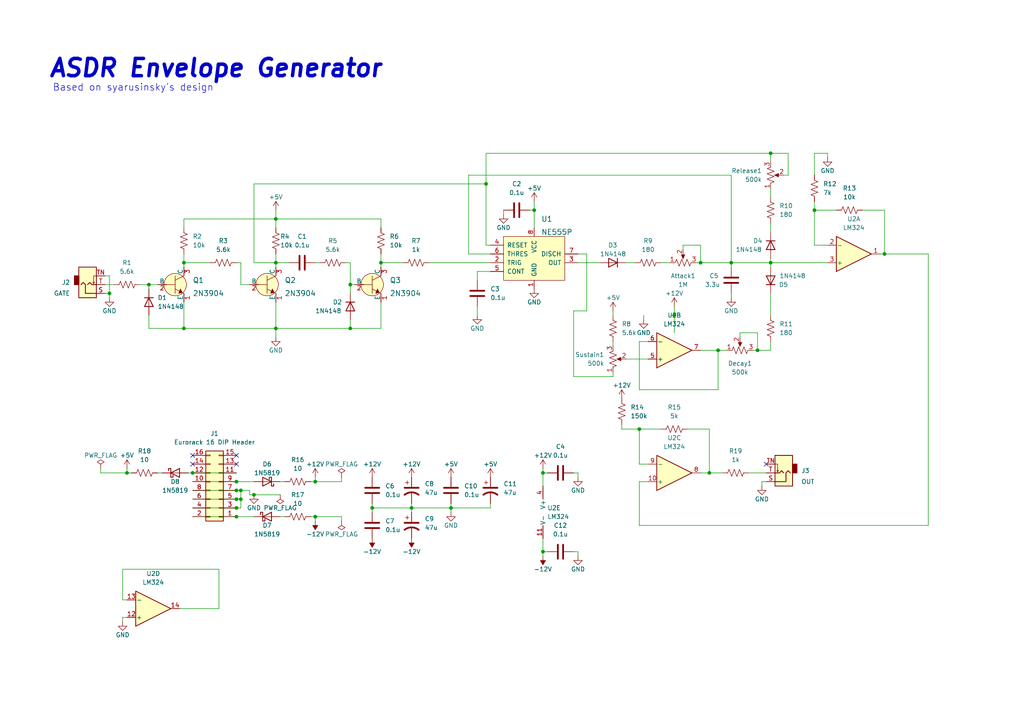
<source format=kicad_sch>
(kicad_sch (version 20230121) (generator eeschema)
  (paper "A4")
  (title_block (title "ASDR") (date "2022-10-29") (rev "0.1") (company "Joshua Turnipseed"))
  (lib_symbols
    (symbol "2N3904_1" (pin_names (offset 0))
      (property "Reference" "Q1" (at 5.08 1.27 0))
      (property "Value" "2N3904_1" (at 5.08 -2.54 0))
      (symbol "2N3904_1_0_1"
        (polyline (pts (xy -3.81 0) (xy -2.54 0)))
        (polyline (pts (xy -3.556 0) (xy 0 0)))
        (polyline (pts (xy 0 -1.27) (xy 2.54 -2.54)))
        (polyline (pts (xy 0 1.27) (xy 2.54 2.54)))
        (polyline (pts (xy 0 2.54) (xy 0 -2.54)))
        (polyline (pts (xy 1.524 -1.27) (xy 2.032 -2.286) (xy 1.016 -2.54) (xy 1.524 -1.27)) (fill (type outline)))
        (circle (center 0 0) (radius 3.2512) (fill (type background)))
      )
      (symbol "2N3904_1_1_1"
        (pin passive line (at 2.54 -5.08 90) (length 2.54) (name "E") (number "1"))
        (pin input line (at -5.08 0 0) (length 2.54) (name "B") (number "2"))
        (pin passive line (at 2.54 5.08 270) (length 2.54) (name "C") (number "3"))
      )
    )
    (symbol "2N3904_2" (pin_names (offset 0))
      (property "Reference" "Q2" (at 5.08 1.27 0))
      (property "Value" "2N3904_2" (at 5.08 -2.54 0))
      (symbol "2N3904_2_0_1"
        (polyline (pts (xy -3.81 0) (xy -2.54 0)))
        (polyline (pts (xy -3.556 0) (xy 0 0)))
        (polyline (pts (xy 0 -1.27) (xy 2.54 -2.54)))
        (polyline (pts (xy 0 1.27) (xy 2.54 2.54)))
        (polyline (pts (xy 0 2.54) (xy 0 -2.54)))
        (polyline (pts (xy 1.524 -1.27) (xy 2.032 -2.286) (xy 1.016 -2.54) (xy 1.524 -1.27)) (fill (type outline)))
        (circle (center 0 0) (radius 3.2512) (fill (type background)))
      )
      (symbol "2N3904_2_1_1"
        (pin passive line (at 2.54 -5.08 90) (length 2.54) (name "E") (number "1"))
        (pin input line (at -5.08 0 0) (length 2.54) (name "B") (number "2"))
        (pin passive line (at 2.54 5.08 270) (length 2.54) (name "C") (number "3"))
      )
    )
    (symbol "Amplifier_Operational:LM324" (pin_names (offset 0.127))
      (property "Reference" "U" (at 0 5.08 0))
      (property "Value" "LM324" (at 0 -5.08 0))
      (symbol "LM324_1_1"
        (polyline (pts (xy -5.08 5.08) (xy 5.08 0) (xy -5.08 -5.08) (xy -5.08 5.08)) (stroke (width 0.254)) (fill (type background)))
        (pin output line (at 7.62 0 180) (length 2.54) (name "~") (number "1"))
        (pin input line (at -7.62 -2.54 0) (length 2.54) (name "-") (number "2"))
        (pin input line (at -7.62 2.54 0) (length 2.54) (name "+") (number "3"))
      )
      (symbol "LM324_2_1"
        (polyline (pts (xy -5.08 5.08) (xy 5.08 0) (xy -5.08 -5.08) (xy -5.08 5.08)) (stroke (width 0.254)) (fill (type background)))
        (pin input line (at -7.62 2.54 0) (length 2.54) (name "+") (number "5"))
        (pin input line (at -7.62 -2.54 0) (length 2.54) (name "-") (number "6"))
        (pin output line (at 7.62 0 180) (length 2.54) (name "~") (number "7"))
      )
      (symbol "LM324_3_1"
        (polyline (pts (xy -5.08 5.08) (xy 5.08 0) (xy -5.08 -5.08) (xy -5.08 5.08)) (stroke (width 0.254)) (fill (type background)))
        (pin input line (at -7.62 2.54 0) (length 2.54) (name "+") (number "10"))
        (pin output line (at 7.62 0 180) (length 2.54) (name "~") (number "8"))
        (pin input line (at -7.62 -2.54 0) (length 2.54) (name "-") (number "9"))
      )
      (symbol "LM324_4_1"
        (polyline (pts (xy -5.08 5.08) (xy 5.08 0) (xy -5.08 -5.08) (xy -5.08 5.08)) (stroke (width 0.254)) (fill (type background)))
        (pin input line (at -7.62 2.54 0) (length 2.54) (name "+") (number "12"))
        (pin input line (at -7.62 -2.54 0) (length 2.54) (name "-") (number "13"))
        (pin output line (at 7.62 0 180) (length 2.54) (name "~") (number "14"))
      )
      (symbol "LM324_5_1"
        (pin power_in line (at -2.54 -7.62 90) (length 3.81) (name "V-") (number "11"))
        (pin power_in line (at -2.54 7.62 270) (length 3.81) (name "V+") (number "4"))
      )
    )
    (symbol "Connector:AudioJack2_SwitchT"
      (property "Reference" "J" (at 0 8.89 0))
      (property "Value" "AudioJack2_SwitchT" (at 0 6.35 0))
      (symbol "AudioJack2_SwitchT_0_1"
        (rectangle (start -2.54 0) (end -3.81 -2.54) (stroke (width 0.254)) (fill (type outline)))
        (polyline (pts (xy 1.778 -0.254) (xy 2.032 -0.762)))
        (polyline (pts (xy 0 0) (xy 0.635 -0.635) (xy 1.27 0) (xy 2.54 0)) (stroke (width 0.254)))
        (polyline (pts (xy 2.54 -2.54) (xy 1.778 -2.54) (xy 1.778 -0.254) (xy 1.524 -0.762)))
        (polyline (pts (xy 2.54 2.54) (xy -0.635 2.54) (xy -0.635 0) (xy -1.27 -0.635) (xy -1.905 0)) (stroke (width 0.254)))
        (rectangle (start 2.54 3.81) (end -2.54 -5.08) (stroke (width 0.254)) (fill (type background)))
      )
      (symbol "AudioJack2_SwitchT_1_1"
        (pin passive line (at 5.08 2.54 180) (length 2.54) (name "~") (number "S"))
        (pin passive line (at 5.08 0 180) (length 2.54) (name "~") (number "T"))
        (pin passive line (at 5.08 -2.54 180) (length 2.54) (name "~") (number "TN"))
      )
    )
    (symbol "Connector_Generic:Conn_02x08_Odd_Even" (pin_names (offset 1.016) hide)
      (property "Reference" "J" (at 1.27 10.16 0))
      (property "Value" "Conn_02x08_Odd_Even" (at 1.27 -12.7 0))
      (symbol "Conn_02x08_Odd_Even_1_1"
        (rectangle (start -1.27 -10.033) (end 0 -10.287) (stroke (width 0.1524)))
        (rectangle (start -1.27 -7.493) (end 0 -7.747) (stroke (width 0.1524)))
        (rectangle (start -1.27 -4.953) (end 0 -5.207) (stroke (width 0.1524)))
        (rectangle (start -1.27 -2.413) (end 0 -2.667) (stroke (width 0.1524)))
        (rectangle (start -1.27 0.127) (end 0 -0.127) (stroke (width 0.1524)))
        (rectangle (start -1.27 2.667) (end 0 2.413) (stroke (width 0.1524)))
        (rectangle (start -1.27 5.207) (end 0 4.953) (stroke (width 0.1524)))
        (rectangle (start -1.27 7.747) (end 0 7.493) (stroke (width 0.1524)))
        (rectangle (start -1.27 8.89) (end 3.81 -11.43) (stroke (width 0.254)) (fill (type background)))
        (rectangle (start 3.81 -10.033) (end 2.54 -10.287) (stroke (width 0.1524)))
        (rectangle (start 3.81 -7.493) (end 2.54 -7.747) (stroke (width 0.1524)))
        (rectangle (start 3.81 -4.953) (end 2.54 -5.207) (stroke (width 0.1524)))
        (rectangle (start 3.81 -2.413) (end 2.54 -2.667) (stroke (width 0.1524)))
        (rectangle (start 3.81 0.127) (end 2.54 -0.127) (stroke (width 0.1524)))
        (rectangle (start 3.81 2.667) (end 2.54 2.413) (stroke (width 0.1524)))
        (rectangle (start 3.81 5.207) (end 2.54 4.953) (stroke (width 0.1524)))
        (rectangle (start 3.81 7.747) (end 2.54 7.493) (stroke (width 0.1524)))
        (pin passive line (at -5.08 7.62 0) (length 3.81) (name "Pin_1") (number "1"))
        (pin passive line (at 7.62 -2.54 180) (length 3.81) (name "Pin_10") (number "10"))
        (pin passive line (at -5.08 -5.08 0) (length 3.81) (name "Pin_11") (number "11"))
        (pin passive line (at 7.62 -5.08 180) (length 3.81) (name "Pin_12") (number "12"))
        (pin passive line (at -5.08 -7.62 0) (length 3.81) (name "Pin_13") (number "13"))
        (pin passive line (at 7.62 -7.62 180) (length 3.81) (name "Pin_14") (number "14"))
        (pin passive line (at -5.08 -10.16 0) (length 3.81) (name "Pin_15") (number "15"))
        (pin passive line (at 7.62 -10.16 180) (length 3.81) (name "Pin_16") (number "16"))
        (pin passive line (at 7.62 7.62 180) (length 3.81) (name "Pin_2") (number "2"))
        (pin passive line (at -5.08 5.08 0) (length 3.81) (name "Pin_3") (number "3"))
        (pin passive line (at 7.62 5.08 180) (length 3.81) (name "Pin_4") (number "4"))
        (pin passive line (at -5.08 2.54 0) (length 3.81) (name "Pin_5") (number "5"))
        (pin passive line (at 7.62 2.54 180) (length 3.81) (name "Pin_6") (number "6"))
        (pin passive line (at -5.08 0 0) (length 3.81) (name "Pin_7") (number "7"))
        (pin passive line (at 7.62 0 180) (length 3.81) (name "Pin_8") (number "8"))
        (pin passive line (at -5.08 -2.54 0) (length 3.81) (name "Pin_9") (number "9"))
      )
    )
    (symbol "Device:C" (pin_numbers hide) (pin_names (offset 0.254))
      (property "Reference" "C" (at 0.635 2.54 0))
      (property "Value" "C" (at 0.635 -2.54 0))
      (symbol "C_0_1"
        (polyline (pts (xy -2.032 -0.762) (xy 2.032 -0.762)) (stroke (width 0.508)))
        (polyline (pts (xy -2.032 0.762) (xy 2.032 0.762)) (stroke (width 0.508)))
      )
      (symbol "C_1_1"
        (pin passive line (at 0 3.81 270) (length 2.794) (name "~") (number "1"))
        (pin passive line (at 0 -3.81 90) (length 2.794) (name "~") (number "2"))
      )
    )
    (symbol "Device:C_Polarized_US" (pin_numbers hide) (pin_names (offset 0.254) hide)
      (property "Reference" "C" (at 0.635 2.54 0))
      (property "Value" "C_Polarized_US" (at 0.635 -2.54 0))
      (symbol "C_Polarized_US_0_1"
        (polyline (pts (xy -2.032 0.762) (xy 2.032 0.762)) (stroke (width 0.508)))
        (polyline (pts (xy -1.778 2.286) (xy -0.762 2.286)))
        (polyline (pts (xy -1.27 1.778) (xy -1.27 2.794)))
        (arc (start 2.032 -1.27) (mid 0 -0.5572) (end -2.032 -1.27) (stroke (width 0.508)))
      )
      (symbol "C_Polarized_US_1_1"
        (pin passive line (at 0 3.81 270) (length 2.794) (name "~") (number "1"))
        (pin passive line (at 0 -3.81 90) (length 3.302) (name "~") (number "2"))
      )
    )
    (symbol "Device:D" (pin_numbers hide) (pin_names (offset 1.016) hide)
      (property "Reference" "D" (at 0 2.54 0))
      (property "Value" "D" (at 0 -2.54 0))
      (symbol "D_0_1"
        (polyline (pts (xy -1.27 1.27) (xy -1.27 -1.27)) (stroke (width 0.254)))
        (polyline (pts (xy 1.27 0) (xy -1.27 0)))
        (polyline (pts (xy 1.27 1.27) (xy 1.27 -1.27) (xy -1.27 0) (xy 1.27 1.27)) (stroke (width 0.254)))
      )
      (symbol "D_1_1"
        (pin passive line (at -3.81 0 0) (length 2.54) (name "K") (number "1"))
        (pin passive line (at 3.81 0 180) (length 2.54) (name "A") (number "2"))
      )
    )
    (symbol "Device:R_Potentiometer_US" (pin_names (offset 1.016) hide)
      (property "Reference" "RV" (at -4.445 0 90))
      (property "Value" "R_Potentiometer_US" (at -2.54 0 90))
      (symbol "R_Potentiometer_US_0_1"
        (polyline (pts (xy 0 -2.286) (xy 0 -2.54)))
        (polyline (pts (xy 0 2.54) (xy 0 2.286)))
        (polyline (pts (xy 2.54 0) (xy 1.524 0)))
        (polyline (pts (xy 1.143 0) (xy 2.286 0.508) (xy 2.286 -0.508) (xy 1.143 0)) (fill (type outline)))
        (polyline (pts (xy 0 -0.762) (xy 1.016 -1.143) (xy 0 -1.524) (xy -1.016 -1.905) (xy 0 -2.286)))
        (polyline (pts (xy 0 0.762) (xy 1.016 0.381) (xy 0 0) (xy -1.016 -0.381) (xy 0 -0.762)))
        (polyline (pts (xy 0 2.286) (xy 1.016 1.905) (xy 0 1.524) (xy -1.016 1.143) (xy 0 0.762)))
      )
      (symbol "R_Potentiometer_US_1_1"
        (pin passive line (at 0 3.81 270) (length 1.27) (name "1") (number "1"))
        (pin passive line (at 3.81 0 180) (length 1.27) (name "2") (number "2"))
        (pin passive line (at 0 -3.81 90) (length 1.27) (name "3") (number "3"))
      )
    )
    (symbol "Device:R_US" (pin_numbers hide) (pin_names (offset 0))
      (property "Reference" "R" (at 2.54 0 90))
      (property "Value" "R_US" (at -2.54 0 90))
      (symbol "R_US_0_1"
        (polyline (pts (xy 0 -2.286) (xy 0 -2.54)))
        (polyline (pts (xy 0 2.286) (xy 0 2.54)))
        (polyline (pts (xy 0 -0.762) (xy 1.016 -1.143) (xy 0 -1.524) (xy -1.016 -1.905) (xy 0 -2.286)))
        (polyline (pts (xy 0 0.762) (xy 1.016 0.381) (xy 0 0) (xy -1.016 -0.381) (xy 0 -0.762)))
        (polyline (pts (xy 0 2.286) (xy 1.016 1.905) (xy 0 1.524) (xy -1.016 1.143) (xy 0 0.762)))
      )
      (symbol "R_US_1_1"
        (pin passive line (at 0 3.81 270) (length 1.27) (name "~") (number "1"))
        (pin passive line (at 0 -3.81 90) (length 1.27) (name "~") (number "2"))
      )
    )
    (symbol "Diode:1N5819" (pin_numbers hide) (pin_names (offset 1.016) hide)
      (property "Reference" "D" (at 0 2.54 0))
      (property "Value" "1N5819" (at 0 -2.54 0))
      (symbol "1N5819_0_1"
        (polyline (pts (xy 1.27 0) (xy -1.27 0)))
        (polyline (pts (xy 1.27 1.27) (xy 1.27 -1.27) (xy -1.27 0) (xy 1.27 1.27)) (stroke (width 0.254)))
        (polyline (pts (xy -1.905 0.635) (xy -1.905 1.27) (xy -1.27 1.27) (xy -1.27 -1.27) (xy -0.635 -1.27) (xy -0.635 -0.635)) (stroke (width 0.254)))
      )
      (symbol "1N5819_1_1"
        (pin passive line (at -3.81 0 0) (length 2.54) (name "K") (number "1"))
        (pin passive line (at 3.81 0 180) (length 2.54) (name "A") (number "2"))
      )
    )
    (symbol "dk_Clock-Timing-Programmable-Timers-and-Oscillators:NE555P" (pin_names (offset 1.016))
      (property "Reference" "U" (at -8.89 6.35 0))
      (property "Value" "NE555P" (at 1.27 -8.89 0))
      (symbol "NE555P_0_1"
        (rectangle (start -8.89 5.08) (end 8.89 -7.62) (fill (type background)))
      )
      (symbol "NE555P_1_1"
        (pin power_in line (at 0 -10.16 90) (length 2.54) (name "GND") (number "1"))
        (pin input line (at -12.7 -2.54 0) (length 3.81) (name "TRIG") (number "2"))
        (pin output line (at 12.7 -2.54 180) (length 3.81) (name "OUT") (number "3"))
        (pin input line (at -12.7 2.54 0) (length 3.81) (name "RESET") (number "4"))
        (pin bidirectional line (at -12.7 -5.08 0) (length 3.81) (name "CONT") (number "5"))
        (pin input line (at -12.7 0 0) (length 3.81) (name "THRES") (number "6"))
        (pin output line (at 12.7 0 180) (length 3.81) (name "DISCH") (number "7"))
        (pin power_in line (at 0 7.62 270) (length 2.54) (name "VCC") (number "8"))
      )
    )
    (symbol "dk_Transistors-Bipolar-BJT-Single:2N3904" (pin_names (offset 0))
      (property "Reference" "Q3" (at 5.08 1.27 0))
      (property "Value" "2N3904" (at 5.08 -2.54 0))
      (symbol "2N3904_0_1"
        (polyline (pts (xy -3.81 0) (xy -2.54 0)))
        (polyline (pts (xy -3.556 0) (xy 0 0)))
        (polyline (pts (xy 0 -1.27) (xy 2.54 -2.54)))
        (polyline (pts (xy 0 1.27) (xy 2.54 2.54)))
        (polyline (pts (xy 0 2.54) (xy 0 -2.54)))
        (polyline (pts (xy 1.524 -1.27) (xy 2.032 -2.286) (xy 1.016 -2.54) (xy 1.524 -1.27)) (fill (type outline)))
        (circle (center 0 0) (radius 3.2512) (fill (type background)))
      )
      (symbol "2N3904_1_1"
        (pin passive line (at 2.54 -5.08 90) (length 2.54) (name "E") (number "1"))
        (pin input line (at -5.08 0 0) (length 2.54) (name "B") (number "2"))
        (pin passive line (at 2.54 5.08 270) (length 2.54) (name "C") (number "3"))
      )
    )
    (symbol "power:+12V" (power) (pin_names (offset 0))
      (property "Value" "+12V" (at 0 3.556 0))
      (symbol "+12V_0_1"
        (polyline (pts (xy -0.762 1.27) (xy 0 2.54)))
        (polyline (pts (xy 0 0) (xy 0 2.54)))
        (polyline (pts (xy 0 2.54) (xy 0.762 1.27)))
      )
      (symbol "+12V_1_1"
        (pin power_in line (at 0 0 90) (length 0) hide (name "+12V") (number "1"))
      )
    )
    (symbol "power:+5V" (power) (pin_names (offset 0))
      (property "Value" "+5V" (at 0 3.556 0))
      (symbol "+5V_0_1"
        (polyline (pts (xy -0.762 1.27) (xy 0 2.54)))
        (polyline (pts (xy 0 0) (xy 0 2.54)))
        (polyline (pts (xy 0 2.54) (xy 0.762 1.27)))
      )
      (symbol "+5V_1_1"
        (pin power_in line (at 0 0 90) (length 0) hide (name "+5V") (number "1"))
      )
    )
    (symbol "power:-12V" (power) (pin_names (offset 0))
      (property "Value" "-12V" (at 0 3.81 0))
      (symbol "-12V_0_0"
        (pin power_in line (at 0 0 90) (length 0) hide (name "-12V") (number "1"))
      )
      (symbol "-12V_0_1"
        (polyline (pts (xy 0 0) (xy 0 1.27) (xy 0.762 1.27) (xy 0 2.54) (xy -0.762 1.27) (xy 0 1.27)) (fill (type outline)))
      )
    )
    (symbol "power:GND" (power) (pin_names (offset 0))
      (property "Value" "GND" (at 0 -3.81 0))
      (symbol "GND_0_1"
        (polyline (pts (xy 0 0) (xy 0 -1.27) (xy 1.27 -1.27) (xy 0 -2.54) (xy -1.27 -1.27) (xy 0 -1.27)))
      )
      (symbol "GND_1_1"
        (pin power_in line (at 0 0 270) (length 0) hide (name "GND") (number "1"))
      )
    )
    (symbol "power:PWR_FLAG" (power) (pin_numbers hide) (pin_names (offset 0) hide)
      (property "Value" "PWR_FLAG" (at 0 3.81 0))
      (symbol "PWR_FLAG_0_0"
        (pin power_out line (at 0 0 90) (length 0) (name "pwr") (number "1"))
      )
      (symbol "PWR_FLAG_0_1"
        (polyline (pts (xy 0 0) (xy 0 1.27) (xy -1.016 1.905) (xy 0 2.54) (xy 1.016 1.905) (xy 0 1.27)))
      )
    )
  )
  (junction (at 31.75 85.09))
  (junction (at 36.83 137.16))
  (junction (at 101.6 82.55))
  (junction (at 55.88 137.16))
  (junction (at 130.81 147.32))
  (junction (at 53.34 95.25))
  (junction (at 107.95 147.32))
  (junction (at 73.66 143.51))
  (junction (at 91.44 149.86))
  (junction (at 236.22 60.96))
  (junction (at 80.01 95.25))
  (junction (at 80.01 63.5))
  (junction (at 223.52 76.2))
  (junction (at 203.2 76.2))
  (junction (at 140.97 53.34))
  (junction (at 80.01 76.2))
  (junction (at 223.52 44.45))
  (junction (at 185.42 124.46))
  (junction (at 68.58 142.24))
  (junction (at 195.58 91.44))
  (junction (at 219.71 101.6))
  (junction (at 208.28 101.6))
  (junction (at 212.09 76.2))
  (junction (at 101.6 95.25))
  (junction (at 205.74 137.16))
  (junction (at 69.85 144.78))
  (junction (at 68.58 139.7))
  (junction (at 154.94 60.96))
  (junction (at 68.58 144.78))
  (junction (at 91.44 139.7))
  (junction (at 43.18 82.55))
  (junction (at 53.34 76.2))
  (junction (at 157.48 160.02))
  (junction (at 110.49 76.2))
  (junction (at 157.48 137.16))
  (junction (at 119.38 147.32))
  (junction (at 69.85 142.24))
  (junction (at 68.58 147.32))
  (junction (at 68.58 149.86))
  (junction (at 256.54 73.66))
  (no_connect (at 68.58 132.08))
  (no_connect (at 222.25 134.62))
  (no_connect (at 55.88 134.62))
  (no_connect (at 68.58 134.62))
  (no_connect (at 55.88 132.08))
  (wire (pts (xy 101.6 95.25) (xy 80.01 95.25)))
  (wire (pts (xy 36.83 179.07) (xy 35.56 179.07)))
  (wire (pts (xy 130.81 146.05) (xy 130.81 147.32)))
  (wire (pts (xy 185.42 113.03) (xy 208.28 113.03)))
  (wire (pts (xy 36.83 135.89) (xy 36.83 137.16)))
  (wire (pts (xy 166.37 109.22) (xy 166.37 90.17)))
  (wire (pts (xy 203.2 76.2) (xy 212.09 76.2)))
  (wire (pts (xy 208.28 113.03) (xy 208.28 101.6)))
  (wire (pts (xy 236.22 44.45) (xy 240.03 44.45)))
  (wire (pts (xy 73.66 143.51) (xy 81.28 143.51)))
  (wire (pts (xy 90.17 149.86) (xy 91.44 149.86)))
  (wire (pts (xy 110.49 95.25) (xy 101.6 95.25)))
  (wire (pts (xy 157.48 160.02) (xy 157.48 161.29)))
  (wire (pts (xy 157.48 156.21) (xy 157.48 160.02)))
  (wire (pts (xy 53.34 95.25) (xy 43.18 95.25)))
  (wire (pts (xy 53.34 73.66) (xy 53.34 76.2)))
  (wire (pts (xy 107.95 147.32) (xy 119.38 147.32)))
  (wire (pts (xy 68.58 149.86) (xy 73.66 149.86)))
  (wire (pts (xy 167.64 137.16) (xy 167.64 138.43)))
  (wire (pts (xy 135.89 50.8) (xy 212.09 50.8)))
  (wire (pts (xy 29.21 137.16) (xy 29.21 135.89)))
  (wire (pts (xy 220.98 139.7) (xy 220.98 140.97)))
  (wire (pts (xy 181.61 104.14) (xy 187.96 104.14)))
  (wire (pts (xy 99.06 138.43) (xy 99.06 139.7)))
  (wire (pts (xy 198.12 71.12) (xy 203.2 71.12)))
  (wire (pts (xy 124.46 76.2) (xy 142.24 76.2)))
  (wire (pts (xy 53.34 63.5) (xy 53.34 66.04)))
  (wire (pts (xy 191.77 124.46) (xy 185.42 124.46)))
  (wire (pts (xy 80.01 73.66) (xy 80.01 76.2)))
  (wire (pts (xy 55.88 142.24) (xy 68.58 142.24)))
  (wire (pts (xy 81.28 139.7) (xy 82.55 139.7)))
  (wire (pts (xy 228.6 44.45) (xy 223.52 44.45)))
  (wire (pts (xy 99.06 149.86) (xy 99.06 151.13)))
  (wire (pts (xy 223.52 74.93) (xy 223.52 76.2)))
  (wire (pts (xy 223.52 64.77) (xy 223.52 67.31)))
  (wire (pts (xy 191.77 76.2) (xy 194.31 76.2)))
  (wire (pts (xy 142.24 146.05) (xy 142.24 147.32)))
  (wire (pts (xy 154.94 58.42) (xy 154.94 60.96)))
  (wire (pts (xy 69.85 147.32) (xy 69.85 144.78)))
  (wire (pts (xy 80.01 95.25) (xy 53.34 95.25)))
  (wire (pts (xy 110.49 73.66) (xy 110.49 76.2)))
  (wire (pts (xy 167.64 160.02) (xy 167.64 161.29)))
  (wire (pts (xy 68.58 142.24) (xy 69.85 142.24)))
  (wire (pts (xy 195.58 91.44) (xy 195.58 96.52)))
  (wire (pts (xy 154.94 60.96) (xy 154.94 66.04)))
  (wire (pts (xy 185.42 152.4) (xy 185.42 139.7)))
  (wire (pts (xy 166.37 137.16) (xy 167.64 137.16)))
  (wire (pts (xy 142.24 78.74) (xy 138.43 78.74)))
  (wire (pts (xy 90.17 139.7) (xy 91.44 139.7)))
  (wire (pts (xy 31.75 85.09) (xy 31.75 86.36)))
  (wire (pts (xy 80.01 76.2) (xy 83.82 76.2)))
  (wire (pts (xy 170.18 90.17) (xy 166.37 90.17)))
  (wire (pts (xy 177.8 99.06) (xy 177.8 100.33)))
  (wire (pts (xy 53.34 76.2) (xy 53.34 77.47)))
  (wire (pts (xy 180.34 123.19) (xy 180.34 124.46)))
  (wire (pts (xy 30.48 85.09) (xy 31.75 85.09)))
  (wire (pts (xy 54.61 137.16) (xy 55.88 137.16)))
  (wire (pts (xy 157.48 160.02) (xy 158.75 160.02)))
  (wire (pts (xy 110.49 76.2) (xy 110.49 77.47)))
  (wire (pts (xy 35.56 179.07) (xy 35.56 180.34)))
  (wire (pts (xy 68.58 144.78) (xy 69.85 144.78)))
  (wire (pts (xy 69.85 144.78) (xy 69.85 142.24)))
  (wire (pts (xy 73.66 76.2) (xy 73.66 53.34)))
  (wire (pts (xy 63.5 165.1) (xy 63.5 176.53)))
  (wire (pts (xy 68.58 147.32) (xy 69.85 147.32)))
  (wire (pts (xy 212.09 50.8) (xy 212.09 76.2)))
  (wire (pts (xy 219.71 101.6) (xy 223.52 101.6)))
  (wire (pts (xy 40.64 82.55) (xy 43.18 82.55)))
  (wire (pts (xy 185.42 139.7) (xy 187.96 139.7)))
  (wire (pts (xy 186.69 91.44) (xy 186.69 92.71)))
  (wire (pts (xy 81.28 149.86) (xy 82.55 149.86)))
  (wire (pts (xy 119.38 147.32) (xy 119.38 148.59)))
  (wire (pts (xy 140.97 71.12) (xy 142.24 71.12)))
  (wire (pts (xy 110.49 76.2) (xy 116.84 76.2)))
  (wire (pts (xy 223.52 76.2) (xy 212.09 76.2)))
  (wire (pts (xy 223.52 99.06) (xy 223.52 101.6)))
  (wire (pts (xy 180.34 124.46) (xy 185.42 124.46)))
  (wire (pts (xy 68.58 76.2) (xy 69.85 76.2)))
  (wire (pts (xy 167.64 76.2) (xy 173.99 76.2)))
  (wire (pts (xy 80.01 63.5) (xy 53.34 63.5)))
  (wire (pts (xy 205.74 137.16) (xy 205.74 124.46)))
  (wire (pts (xy 31.75 80.01) (xy 31.75 85.09)))
  (wire (pts (xy 177.8 107.95) (xy 177.8 109.22)))
  (wire (pts (xy 223.52 85.09) (xy 223.52 91.44)))
  (wire (pts (xy 228.6 50.8) (xy 227.33 50.8)))
  (wire (pts (xy 101.6 92.71) (xy 101.6 95.25)))
  (wire (pts (xy 181.61 76.2) (xy 184.15 76.2)))
  (wire (pts (xy 55.88 147.32) (xy 68.58 147.32)))
  (wire (pts (xy 36.83 173.99) (xy 35.56 173.99)))
  (wire (pts (xy 217.17 137.16) (xy 222.25 137.16)))
  (wire (pts (xy 91.44 138.43) (xy 91.44 139.7)))
  (wire (pts (xy 43.18 82.55) (xy 45.72 82.55)))
  (wire (pts (xy 214.63 97.79) (xy 214.63 96.52)))
  (wire (pts (xy 107.95 147.32) (xy 107.95 148.59)))
  (wire (pts (xy 110.49 87.63) (xy 110.49 95.25)))
  (wire (pts (xy 63.5 176.53) (xy 52.07 176.53)))
  (wire (pts (xy 203.2 101.6) (xy 208.28 101.6)))
  (wire (pts (xy 187.96 99.06) (xy 185.42 99.06)))
  (wire (pts (xy 110.49 63.5) (xy 80.01 63.5)))
  (wire (pts (xy 53.34 87.63) (xy 53.34 95.25)))
  (wire (pts (xy 177.8 90.17) (xy 177.8 91.44)))
  (wire (pts (xy 73.66 53.34) (xy 140.97 53.34)))
  (wire (pts (xy 73.66 76.2) (xy 80.01 76.2)))
  (wire (pts (xy 135.89 73.66) (xy 135.89 50.8)))
  (wire (pts (xy 130.81 147.32) (xy 119.38 147.32)))
  (wire (pts (xy 130.81 148.59) (xy 130.81 147.32)))
  (wire (pts (xy 208.28 101.6) (xy 210.82 101.6)))
  (wire (pts (xy 223.52 44.45) (xy 140.97 44.45)))
  (wire (pts (xy 219.71 96.52) (xy 219.71 101.6)))
  (wire (pts (xy 55.88 149.86) (xy 68.58 149.86)))
  (wire (pts (xy 91.44 149.86) (xy 91.44 151.13)))
  (wire (pts (xy 256.54 73.66) (xy 269.24 73.66)))
  (wire (pts (xy 157.48 135.89) (xy 157.48 137.16)))
  (wire (pts (xy 100.33 76.2) (xy 101.6 76.2)))
  (wire (pts (xy 91.44 139.7) (xy 99.06 139.7)))
  (wire (pts (xy 68.58 139.7) (xy 73.66 139.7)))
  (wire (pts (xy 157.48 137.16) (xy 157.48 140.97)))
  (wire (pts (xy 203.2 137.16) (xy 205.74 137.16)))
  (wire (pts (xy 119.38 146.05) (xy 119.38 147.32)))
  (wire (pts (xy 255.27 73.66) (xy 256.54 73.66)))
  (wire (pts (xy 256.54 73.66) (xy 256.54 60.96)))
  (wire (pts (xy 240.03 44.45) (xy 240.03 45.72)))
  (wire (pts (xy 36.83 137.16) (xy 29.21 137.16)))
  (wire (pts (xy 72.39 142.24) (xy 72.39 143.51)))
  (wire (pts (xy 91.44 149.86) (xy 99.06 149.86)))
  (wire (pts (xy 110.49 66.04) (xy 110.49 63.5)))
  (wire (pts (xy 212.09 85.09) (xy 212.09 86.36)))
  (wire (pts (xy 140.97 44.45) (xy 140.97 53.34)))
  (wire (pts (xy 203.2 71.12) (xy 203.2 76.2)))
  (wire (pts (xy 138.43 88.9) (xy 138.43 91.44)))
  (wire (pts (xy 36.83 137.16) (xy 38.1 137.16)))
  (wire (pts (xy 101.6 76.2) (xy 101.6 82.55)))
  (wire (pts (xy 228.6 50.8) (xy 228.6 44.45)))
  (wire (pts (xy 223.52 76.2) (xy 240.03 76.2)))
  (wire (pts (xy 223.52 46.99) (xy 223.52 44.45)))
  (wire (pts (xy 80.01 87.63) (xy 80.01 95.25)))
  (wire (pts (xy 222.25 139.7) (xy 220.98 139.7)))
  (wire (pts (xy 236.22 71.12) (xy 240.03 71.12)))
  (wire (pts (xy 201.93 76.2) (xy 203.2 76.2)))
  (wire (pts (xy 80.01 60.96) (xy 80.01 63.5)))
  (wire (pts (xy 205.74 137.16) (xy 209.55 137.16)))
  (wire (pts (xy 269.24 152.4) (xy 185.42 152.4)))
  (wire (pts (xy 35.56 173.99) (xy 35.56 165.1)))
  (wire (pts (xy 223.52 76.2) (xy 223.52 77.47)))
  (wire (pts (xy 91.44 76.2) (xy 92.71 76.2)))
  (wire (pts (xy 107.95 146.05) (xy 107.95 147.32)))
  (wire (pts (xy 35.56 165.1) (xy 63.5 165.1)))
  (wire (pts (xy 43.18 91.44) (xy 43.18 95.25)))
  (wire (pts (xy 101.6 82.55) (xy 102.87 82.55)))
  (wire (pts (xy 214.63 96.52) (xy 219.71 96.52)))
  (wire (pts (xy 142.24 147.32) (xy 130.81 147.32)))
  (wire (pts (xy 167.64 73.66) (xy 170.18 73.66)))
  (wire (pts (xy 223.52 54.61) (xy 223.52 57.15)))
  (wire (pts (xy 80.01 95.25) (xy 80.01 97.79)))
  (wire (pts (xy 256.54 60.96) (xy 250.19 60.96)))
  (wire (pts (xy 30.48 80.01) (xy 31.75 80.01)))
  (wire (pts (xy 185.42 124.46) (xy 185.42 134.62)))
  (wire (pts (xy 80.01 63.5) (xy 80.01 66.04)))
  (wire (pts (xy 242.57 60.96) (xy 236.22 60.96)))
  (wire (pts (xy 185.42 134.62) (xy 187.96 134.62)))
  (wire (pts (xy 157.48 137.16) (xy 158.75 137.16)))
  (wire (pts (xy 69.85 142.24) (xy 72.39 142.24)))
  (wire (pts (xy 55.88 139.7) (xy 68.58 139.7)))
  (wire (pts (xy 30.48 82.55) (xy 33.02 82.55)))
  (wire (pts (xy 146.05 60.96) (xy 146.05 62.23)))
  (wire (pts (xy 236.22 58.42) (xy 236.22 60.96)))
  (wire (pts (xy 198.12 71.12) (xy 198.12 72.39)))
  (wire (pts (xy 69.85 76.2) (xy 69.85 82.55)))
  (wire (pts (xy 166.37 160.02) (xy 167.64 160.02)))
  (wire (pts (xy 177.8 109.22) (xy 166.37 109.22)))
  (wire (pts (xy 55.88 137.16) (xy 68.58 137.16)))
  (wire (pts (xy 236.22 60.96) (xy 236.22 71.12)))
  (wire (pts (xy 194.31 91.44) (xy 195.58 91.44)))
  (wire (pts (xy 80.01 76.2) (xy 80.01 77.47)))
  (wire (pts (xy 153.67 60.96) (xy 154.94 60.96)))
  (wire (pts (xy 45.72 137.16) (xy 46.99 137.16)))
  (wire (pts (xy 195.58 88.9) (xy 195.58 91.44)))
  (wire (pts (xy 170.18 73.66) (xy 170.18 90.17)))
  (wire (pts (xy 43.18 82.55) (xy 43.18 83.82)))
  (wire (pts (xy 101.6 82.55) (xy 101.6 85.09)))
  (wire (pts (xy 53.34 76.2) (xy 60.96 76.2)))
  (wire (pts (xy 140.97 53.34) (xy 140.97 71.12)))
  (wire (pts (xy 185.42 99.06) (xy 185.42 113.03)))
  (wire (pts (xy 212.09 77.47) (xy 212.09 76.2)))
  (wire (pts (xy 135.89 73.66) (xy 142.24 73.66)))
  (wire (pts (xy 55.88 144.78) (xy 68.58 144.78)))
  (wire (pts (xy 72.39 143.51) (xy 73.66 143.51)))
  (wire (pts (xy 69.85 82.55) (xy 72.39 82.55)))
  (wire (pts (xy 205.74 124.46) (xy 199.39 124.46)))
  (wire (pts (xy 269.24 73.66) (xy 269.24 152.4)))
  (wire (pts (xy 218.44 101.6) (xy 219.71 101.6)))
  (wire (pts (xy 138.43 78.74) (xy 138.43 81.28)))
  (wire (pts (xy 236.22 50.8) (xy 236.22 44.45)))
  (text "Based on syarusinsky's design\n" (at 15.24 26.67 0) (effects (font (size 2 2)) (justify left bottom)))
  (text "ASDR Envelope Generator" (at 13.97 22.86 0) (effects (font (size 5 5) (thickness 1) bold italic) (justify left bottom)))
  (symbol (lib_id "power:PWR_FLAG") (at 99.06 138.43 0) (unit 1)
    (property "Reference" "#FLG07" (effects hide))
    (property "Value" "PWR_FLAG" (at 99.06 134.62 0))
  )
  (symbol (lib_id "Device:C") (at 87.63 76.2 90) (unit 1)
    (property "Reference" "C1" (at 87.63 68.58 90))
    (property "Value" "0.1u" (at 87.63 71.12 90))
    (property "Footprint" "Capacitor_THT:C_Disc_D4.7mm_W2.5mm_P5.00mm" (effects hide))
  )
  (symbol (lib_id "Device:R_Potentiometer_US") (at 177.8 104.14 0) (mirror x) (unit 1)
    (property "Reference" "Sustain1" (at 175.26 102.8699 0) (effects (justify right)))
    (property "Value" "500k" (at 175.26 105.4099 0) (effects (justify right)))
    (property "Footprint" "Custom_Footprints:Alpha_9mm_Potentiometer" (effects hide))
  )
  (symbol (lib_id "power:GND") (at 146.05 62.23 0) (unit 1)
    (property "Reference" "#PWR09" (effects hide))
    (property "Value" "GND" (at 146.05 66.04 0))
  )
  (symbol (lib_id "Device:R_US") (at 86.36 139.7 270) (unit 1)
    (property "Reference" "R16" (at 86.36 133.35 90))
    (property "Value" "10" (at 86.36 135.89 90))
    (property "Footprint" "Resistor_THT:R_Axial_DIN0207_L6.3mm_D2.5mm_P2.54mm_Vertical" (effects hide))
  )
  (symbol (lib_id "Device:R_US") (at 195.58 124.46 90) (unit 1)
    (property "Reference" "R15" (at 195.58 118.11 90))
    (property "Value" "5k" (at 195.58 120.65 90))
    (property "Footprint" "Resistor_THT:R_Axial_DIN0207_L6.3mm_D2.5mm_P2.54mm_Vertical" (effects hide))
  )
  (symbol (lib_id "power:-12V") (at 107.95 156.21 180) (unit 1)
    (property "Reference" "#PWR029" (effects hide))
    (property "Value" "-12V" (at 107.95 160.02 0))
  )
  (symbol (lib_id "power:GND") (at 80.01 97.79 0) (unit 1)
    (property "Reference" "#PWR07" (effects hide))
    (property "Value" "GND" (at 80.01 101.6 0))
  )
  (symbol (lib_id "Device:R_Potentiometer_US") (at 223.52 50.8 0) (mirror x) (unit 1)
    (property "Reference" "Release1" (at 220.98 49.5299 0) (effects (justify right)))
    (property "Value" "500k" (at 220.98 52.0699 0) (effects (justify right)))
    (property "Footprint" "Custom_Footprints:Alpha_9mm_Potentiometer" (effects hide))
  )
  (symbol (lib_id "Device:C") (at 107.95 142.24 180) (unit 1)
    (property "Reference" "C6" (at 111.76 140.9699 0) (effects (justify right)))
    (property "Value" "0.1u" (at 111.76 143.5099 0) (effects (justify right)))
    (property "Footprint" "Capacitor_THT:C_Disc_D4.7mm_W2.5mm_P5.00mm" (effects hide))
  )
  (symbol (lib_id "dk_Clock-Timing-Programmable-Timers-and-Oscillators:NE555P") (at 154.94 73.66 0) (unit 1)
    (property "Reference" "U1" (at 156.9594 63.5 0) (effects (font (size 1.524 1.524)) (justify left)))
    (property "Value" "NE555P" (at 156.9594 67.31 0) (effects (font (size 1.524 1.524)) (justify left)))
    (property "Footprint" "Package_DIP:DIP-8_W7.62mm" (effects hide))
    (property "Datasheet" "http://www.ti.com/general/docs/suppproductinfo.tsp?distId=10&gotoUrl=http%3A%2F%2Fwww.ti.com%2Flit%2Fgpn%2Fne555" (effects hide))
    (property "Digi-Key_PN" "296-1411-5-ND" (effects hide))
    (property "MPN" "NE555P" (effects hide))
    (property "Category" "Integrated Circuits (ICs)" (effects hide))
    (property "Family" "Clock/Timing - Programmable Timers and Oscillators" (effects hide))
    (property "DK_Datasheet_Link" "http://www.ti.com/general/docs/suppproductinfo.tsp?distId=10&gotoUrl=http%3A%2F%2Fwww.ti.com%2Flit%2Fgpn%2Fne555" (effects hide))
    (property "DK_Detail_Page" "/product-detail/en/texas-instruments/NE555P/296-1411-5-ND/277057" (effects hide))
    (property "Description" "IC OSC SINGLE TIMER 100KHZ 8-DIP" (effects hide))
    (property "Manufacturer" "Texas Instruments" (effects hide))
    (property "Status" "Active" (effects hide))
  )
  (symbol (lib_id "Connector_Generic:Conn_02x08_Odd_Even") (at 63.5 142.24 180) (unit 1)
    (property "Reference" "J1" (at 62.23 125.73 0))
    (property "Value" "Eurorack 16 DIP Header" (at 62.23 128.27 0))
    (property "Footprint" "Custom_Footprints:Eurorack_16_pin_header" (effects hide))
  )
  (symbol (lib_id "Device:C") (at 107.95 152.4 180) (unit 1)
    (property "Reference" "C7" (at 111.76 151.1299 0) (effects (justify right)))
    (property "Value" "0.1u" (at 111.76 153.6699 0) (effects (justify right)))
    (property "Footprint" "Capacitor_THT:C_Disc_D4.7mm_W2.5mm_P5.00mm" (effects hide))
  )
  (symbol (lib_id "Device:C") (at 212.09 81.28 180) (unit 1)
    (property "Reference" "C5" (at 205.74 80.01 0) (effects (justify right)))
    (property "Value" "3.3u" (at 204.47 82.55 0) (effects (justify right)))
    (property "Footprint" "Capacitor_THT:C_Disc_D4.7mm_W2.5mm_P5.00mm" (effects hide))
  )
  (symbol (lib_id "Device:C_Polarized_US") (at 119.38 152.4 0) (unit 1)
    (property "Reference" "C9" (at 123.19 150.4949 0) (effects (justify left)))
    (property "Value" "47u" (at 123.19 153.0349 0) (effects (justify left)))
    (property "Footprint" "Capacitor_THT:CP_Radial_D4.0mm_P2.00mm" (effects hide))
  )
  (symbol (lib_id "power:PWR_FLAG") (at 29.21 135.89 0) (unit 1)
    (property "Reference" "#FLG05" (effects hide))
    (property "Value" "PWR_FLAG" (at 29.21 132.08 0))
  )
  (symbol (lib_id "power:+5V") (at 130.81 138.43 0) (unit 1)
    (property "Reference" "#PWR032" (effects hide))
    (property "Value" "+5V" (at 130.81 134.62 0))
  )
  (symbol (lib_id "Amplifier_Operational:LM324") (at 195.58 101.6 0) (mirror x) (unit 2)
    (property "Reference" "U2" (at 195.58 91.44 0))
    (property "Value" "LM324" (at 195.58 93.98 0))
    (property "Footprint" "Package_DIP:DIP-14_W7.62mm" (effects hide))
    (property "Datasheet" "http://www.ti.com/lit/ds/symlink/lm2902-n.pdf" (effects hide))
  )
  (symbol (lib_id "Device:D") (at 43.18 87.63 270) (unit 1)
    (property "Reference" "D1" (at 45.72 86.3599 90) (effects (justify left)))
    (property "Value" "1N4148" (at 45.72 88.8999 90) (effects (justify left)))
    (property "Footprint" "Diode_THT:D_DO-41_SOD81_P3.81mm_Vertical_KathodeUp" (effects hide))
  )
  (symbol (lib_id "Device:R_US") (at 41.91 137.16 270) (unit 1)
    (property "Reference" "R18" (at 41.91 130.81 90))
    (property "Value" "10" (at 41.91 133.35 90))
    (property "Footprint" "Resistor_THT:R_Axial_DIN0207_L6.3mm_D2.5mm_P2.54mm_Vertical" (effects hide))
  )
  (symbol (lib_id "Device:C") (at 130.81 142.24 180) (unit 1)
    (property "Reference" "C10" (at 134.62 140.9699 0) (effects (justify right)))
    (property "Value" "0.1u" (at 134.62 143.5099 0) (effects (justify right)))
    (property "Footprint" "Capacitor_THT:C_Disc_D4.7mm_W2.5mm_P5.00mm" (effects hide))
  )
  (symbol (lib_id "Amplifier_Operational:LM324") (at 44.45 176.53 0) (mirror x) (unit 4)
    (property "Reference" "U2" (at 44.45 166.37 0))
    (property "Value" "LM324" (at 44.45 168.91 0))
    (property "Footprint" "Package_DIP:DIP-14_W7.62mm" (effects hide))
    (property "Datasheet" "http://www.ti.com/lit/ds/symlink/lm2902-n.pdf" (effects hide))
  )
  (symbol (lib_id "power:+5V") (at 80.01 60.96 0) (unit 1)
    (property "Reference" "#PWR06" (effects hide))
    (property "Value" "+5V" (at 80.01 57.15 0))
  )
  (symbol (lib_name "2N3904_1") (lib_id "dk_Transistors-Bipolar-BJT-Single:2N3904") (at 50.8 82.55 0) (unit 1)
    (property "Reference" "Q1" (at 55.88 81.28 0) (effects (font (size 1.524 1.524)) (justify left)))
    (property "Value" "2N3904" (at 55.88 85.09 0) (effects (font (size 1.524 1.524)) (justify left)))
    (property "Footprint" "Package_TO_SOT_THT:TO-92L_Inline_Wide" (effects hide))
    (property "Datasheet" "https://my.centralsemi.com/get_document.php?cmp=1&mergetype=pd&mergepath=pd&pdf_id=LSSGP072.PDF" (effects hide))
    (property "Digi-Key_PN" "2N3904CS-ND" (effects hide))
    (property "MPN" "2N3904" (effects hide))
    (property "Category" "Discrete Semiconductor Products" (effects hide))
    (property "Family" "Transistors - Bipolar (BJT) - Single" (effects hide))
    (property "DK_Datasheet_Link" "https://my.centralsemi.com/get_document.php?cmp=1&mergetype=pd&mergepath=pd&pdf_id=LSSGP072.PDF" (effects hide))
    (property "DK_Detail_Page" "/product-detail/en/central-semiconductor-corp/2N3904/2N3904CS-ND/4806876" (effects hide))
    (property "Description" "TRANS NPN 40V TO-92" (effects hide))
    (property "Manufacturer" "Central Semiconductor Corp" (effects hide))
    (property "Status" "Active" (effects hide))
  )
  (symbol (lib_id "Device:D") (at 101.6 88.9 270) (unit 1)
    (property "Reference" "D2" (at 96.52 87.63 90) (effects (justify left)))
    (property "Value" "1N4148" (at 91.44 90.17 90) (effects (justify left)))
    (property "Footprint" "Diode_THT:D_DO-41_SOD81_P3.81mm_Vertical_KathodeUp" (effects hide))
  )
  (symbol (lib_id "Diode:1N5819") (at 77.47 139.7 180) (unit 1)
    (property "Reference" "D6" (at 77.47 134.62 0))
    (property "Value" "1N5819" (at 77.47 137.16 0))
    (property "Footprint" "Diode_THT:D_DO-41_SOD81_P3.81mm_Vertical_KathodeUp" (effects hide))
    (property "Datasheet" "http://www.vishay.com/docs/88525/1n5817.pdf" (effects hide))
  )
  (symbol (lib_id "Device:R_US") (at 86.36 149.86 270) (unit 1)
    (property "Reference" "R17" (at 86.36 143.51 90))
    (property "Value" "10" (at 86.36 146.05 90))
    (property "Footprint" "Resistor_THT:R_Axial_DIN0207_L6.3mm_D2.5mm_P2.54mm_Vertical" (effects hide))
  )
  (symbol (lib_id "Device:R_Potentiometer_US") (at 214.63 101.6 90) (unit 1)
    (property "Reference" "Decay1" (at 214.63 105.41 90))
    (property "Value" "500k" (at 214.63 107.95 90))
    (property "Footprint" "Custom_Footprints:Alpha_9mm_Potentiometer" (effects hide))
  )
  (symbol (lib_id "power:+12V") (at 195.58 88.9 0) (unit 1)
    (property "Reference" "#PWR014" (effects hide))
    (property "Value" "+12V" (at 195.58 85.09 0))
  )
  (symbol (lib_id "Amplifier_Operational:LM324") (at 247.65 73.66 0) (mirror x) (unit 1)
    (property "Reference" "U2" (at 247.65 63.5 0))
    (property "Value" "LM324" (at 247.65 66.04 0))
    (property "Footprint" "Package_DIP:DIP-14_W7.62mm" (effects hide))
    (property "Datasheet" "http://www.ti.com/lit/ds/symlink/lm2902-n.pdf" (effects hide))
  )
  (symbol (lib_id "Device:R_US") (at 64.77 76.2 90) (unit 1)
    (property "Reference" "R3" (at 64.77 69.85 90))
    (property "Value" "5.6k" (at 64.77 72.39 90))
    (property "Footprint" "Resistor_THT:R_Axial_DIN0207_L6.3mm_D2.5mm_P2.54mm_Vertical" (effects hide))
  )
  (symbol (lib_id "Device:R_US") (at 120.65 76.2 270) (unit 1)
    (property "Reference" "R7" (at 120.65 69.85 90))
    (property "Value" "1k" (at 120.65 72.39 90))
    (property "Footprint" "Resistor_THT:R_Axial_DIN0207_L6.3mm_D2.5mm_P2.54mm_Vertical" (effects hide))
  )
  (symbol (lib_id "Device:D") (at 177.8 76.2 180) (unit 1)
    (property "Reference" "D3" (at 179.07 71.12 0) (effects (justify left)))
    (property "Value" "1N4148" (at 181.61 73.66 0) (effects (justify left)))
    (property "Footprint" "Diode_THT:D_DO-41_SOD81_P3.81mm_Vertical_KathodeUp" (effects hide))
  )
  (symbol (lib_id "power:GND") (at 186.69 92.71 0) (unit 1)
    (property "Reference" "#PWR013" (effects hide))
    (property "Value" "GND" (at 186.69 96.52 0))
  )
  (symbol (lib_id "power:+12V") (at 91.44 138.43 0) (unit 1)
    (property "Reference" "#PWR026" (effects hide))
    (property "Value" "+12V" (at 91.44 134.62 0))
  )
  (symbol (lib_id "Device:R_US") (at 180.34 119.38 0) (unit 1)
    (property "Reference" "R14" (at 182.88 118.1099 0) (effects (justify left)))
    (property "Value" "150k" (at 182.88 120.6499 0) (effects (justify left)))
    (property "Footprint" "Resistor_THT:R_Axial_DIN0207_L6.3mm_D2.5mm_P2.54mm_Vertical" (effects hide))
  )
  (symbol (lib_id "Device:R_US") (at 53.34 69.85 180) (unit 1)
    (property "Reference" "R2" (at 55.88 68.5799 0) (effects (justify right)))
    (property "Value" "10k" (at 55.88 71.1199 0) (effects (justify right)))
    (property "Footprint" "Resistor_THT:R_Axial_DIN0207_L6.3mm_D2.5mm_P2.54mm_Vertical" (effects hide))
  )
  (symbol (lib_id "power:-12V") (at 119.38 156.21 180) (unit 1)
    (property "Reference" "#PWR031" (effects hide))
    (property "Value" "-12V" (at 119.38 160.02 0))
  )
  (symbol (lib_id "Device:R_US") (at 223.52 60.96 0) (unit 1)
    (property "Reference" "R10" (at 226.06 59.6899 0) (effects (justify left)))
    (property "Value" "180" (at 226.06 62.2299 0) (effects (justify left)))
    (property "Footprint" "Resistor_THT:R_Axial_DIN0207_L6.3mm_D2.5mm_P2.54mm_Vertical" (effects hide))
  )
  (symbol (lib_id "Device:R_US") (at 177.8 95.25 180) (unit 1)
    (property "Reference" "R8" (at 180.34 93.9799 0) (effects (justify right)))
    (property "Value" "5.6k" (at 180.34 96.5199 0) (effects (justify right)))
    (property "Footprint" "Resistor_THT:R_Axial_DIN0207_L6.3mm_D2.5mm_P2.54mm_Vertical" (effects hide))
  )
  (symbol (lib_id "power:GND") (at 31.75 86.36 0) (unit 1)
    (property "Reference" "#PWR01" (effects hide))
    (property "Value" "GND" (at 31.75 90.17 0))
  )
  (symbol (lib_id "power:+5V") (at 154.94 58.42 0) (unit 1)
    (property "Reference" "#PWR010" (effects hide))
    (property "Value" "+5V" (at 154.94 54.61 0))
  )
  (symbol (lib_id "power:+12V") (at 157.48 135.89 0) (unit 1)
    (property "Reference" "#PWR02" (effects hide))
    (property "Value" "+12V" (at 157.48 132.08 0))
  )
  (symbol (lib_id "Device:R_US") (at 236.22 54.61 0) (unit 1)
    (property "Reference" "R12" (at 238.76 53.3399 0) (effects (justify left)))
    (property "Value" "7k" (at 238.76 55.8799 0) (effects (justify left)))
    (property "Footprint" "Resistor_THT:R_Axial_DIN0207_L6.3mm_D2.5mm_P2.54mm_Vertical" (effects hide))
  )
  (symbol (lib_id "power:GND") (at 240.03 45.72 0) (unit 1)
    (property "Reference" "#PWR017" (effects hide))
    (property "Value" "GND" (at 240.03 49.53 0))
  )
  (symbol (lib_id "Connector:AudioJack2_SwitchT") (at 25.4 82.55 0) (mirror x) (unit 1)
    (property "Reference" "J2" (at 20.32 81.9149 0) (effects (justify right)))
    (property "Value" "GATE" (at 20.32 85.09 0) (effects (justify right)))
    (property "Footprint" "Connector_Audio:Jack_3.5mm_QingPu_WQP-PJ398SM_Vertical_CircularHoles" (effects hide))
  )
  (symbol (lib_id "power:GND") (at 167.64 138.43 0) (unit 1)
    (property "Reference" "#PWR04" (effects hide))
    (property "Value" "GND" (at 167.64 142.24 0))
  )
  (symbol (lib_id "Device:R_US") (at 110.49 69.85 180) (unit 1)
    (property "Reference" "R6" (at 113.03 68.5799 0) (effects (justify right)))
    (property "Value" "10k" (at 113.03 71.1199 0) (effects (justify right)))
    (property "Footprint" "Resistor_THT:R_Axial_DIN0207_L6.3mm_D2.5mm_P2.54mm_Vertical" (effects hide))
  )
  (symbol (lib_id "Diode:1N5819") (at 77.47 149.86 0) (unit 1)
    (property "Reference" "D7" (at 77.47 152.4 0))
    (property "Value" "1N5819" (at 77.47 154.94 0))
    (property "Footprint" "Diode_THT:D_DO-41_SOD81_P3.81mm_Vertical_KathodeUp" (effects hide))
    (property "Datasheet" "http://www.vishay.com/docs/88525/1n5817.pdf" (effects hide))
  )
  (symbol (lib_id "power:GND") (at 212.09 86.36 0) (unit 1)
    (property "Reference" "#PWR016" (effects hide))
    (property "Value" "GND" (at 212.09 90.17 0))
  )
  (symbol (lib_id "Diode:1N5819") (at 50.8 137.16 0) (unit 1)
    (property "Reference" "D8" (at 50.8 139.7 0))
    (property "Value" "1N5819" (at 50.8 142.24 0))
    (property "Footprint" "Diode_THT:D_DO-41_SOD81_P3.81mm_Vertical_KathodeUp" (effects hide))
    (property "Datasheet" "http://www.vishay.com/docs/88525/1n5817.pdf" (effects hide))
  )
  (symbol (lib_id "power:+12V") (at 119.38 138.43 0) (unit 1)
    (property "Reference" "#PWR030" (effects hide))
    (property "Value" "+12V" (at 119.38 134.62 0))
  )
  (symbol (lib_id "dk_Transistors-Bipolar-BJT-Single:2N3904") (at 107.95 82.55 0) (unit 1)
    (property "Reference" "Q3" (at 113.03 81.28 0) (effects (font (size 1.524 1.524)) (justify left)))
    (property "Value" "2N3904" (at 113.03 85.09 0) (effects (font (size 1.524 1.524)) (justify left)))
    (property "Footprint" "Package_TO_SOT_THT:TO-92L_Inline_Wide" (effects hide))
    (property "Datasheet" "https://my.centralsemi.com/get_document.php?cmp=1&mergetype=pd&mergepath=pd&pdf_id=LSSGP072.PDF" (effects hide))
    (property "Digi-Key_PN" "2N3904CS-ND" (effects hide))
    (property "MPN" "2N3904" (effects hide))
    (property "Category" "Discrete Semiconductor Products" (effects hide))
    (property "Family" "Transistors - Bipolar (BJT) - Single" (effects hide))
    (property "DK_Datasheet_Link" "https://my.centralsemi.com/get_document.php?cmp=1&mergetype=pd&mergepath=pd&pdf_id=LSSGP072.PDF" (effects hide))
    (property "DK_Detail_Page" "/product-detail/en/central-semiconductor-corp/2N3904/2N3904CS-ND/4806876" (effects hide))
    (property "Description" "TRANS NPN 40V TO-92" (effects hide))
    (property "Manufacturer" "Central Semiconductor Corp" (effects hide))
    (property "Status" "Active" (effects hide))
  )
  (symbol (lib_id "power:-12V") (at 91.44 151.13 180) (unit 1)
    (property "Reference" "#PWR027" (effects hide))
    (property "Value" "-12V" (at 91.44 154.94 0))
  )
  (symbol (lib_id "Device:C") (at 149.86 60.96 90) (unit 1)
    (property "Reference" "C2" (at 149.86 53.34 90))
    (property "Value" "0.1u" (at 149.86 55.88 90))
    (property "Footprint" "Capacitor_THT:C_Disc_D4.7mm_W2.5mm_P5.00mm" (effects hide))
  )
  (symbol (lib_id "Device:R_US") (at 223.52 95.25 0) (unit 1)
    (property "Reference" "R11" (at 226.06 93.9799 0) (effects (justify left)))
    (property "Value" "180" (at 226.06 96.5199 0) (effects (justify left)))
    (property "Footprint" "Resistor_THT:R_Axial_DIN0207_L6.3mm_D2.5mm_P2.54mm_Vertical" (effects hide))
  )
  (symbol (lib_id "power:+5V") (at 142.24 138.43 0) (unit 1)
    (property "Reference" "#PWR034" (effects hide))
    (property "Value" "+5V" (at 142.24 134.62 0))
  )
  (symbol (lib_id "power:GND") (at 35.56 180.34 0) (unit 1)
    (property "Reference" "#PWR0102" (effects hide))
    (property "Value" "GND" (at 35.56 184.15 0))
  )
  (symbol (lib_id "power:GND") (at 73.66 143.51 0) (unit 1)
    (property "Reference" "#PWR025" (effects hide))
    (property "Value" "GND" (at 73.66 147.32 0))
  )
  (symbol (lib_id "Device:R_US") (at 36.83 82.55 90) (unit 1)
    (property "Reference" "R1" (at 36.83 76.2 90))
    (property "Value" "5.6k" (at 36.83 78.74 90))
    (property "Footprint" "Resistor_THT:R_Axial_DIN0207_L6.3mm_D2.5mm_P2.54mm_Vertical" (effects hide))
  )
  (symbol (lib_id "power:+12V") (at 107.95 138.43 0) (unit 1)
    (property "Reference" "#PWR028" (effects hide))
    (property "Value" "+12V" (at 107.95 134.62 0))
  )
  (symbol (lib_id "Device:D") (at 223.52 81.28 90) (unit 1)
    (property "Reference" "D5" (at 228.6 82.55 90) (effects (justify left)))
    (property "Value" "1N4148" (at 233.68 80.01 90) (effects (justify left)))
    (property "Footprint" "Diode_THT:D_DO-41_SOD81_P3.81mm_Vertical_KathodeUp" (effects hide))
  )
  (symbol (lib_id "Device:R_US") (at 187.96 76.2 270) (unit 1)
    (property "Reference" "R9" (at 187.96 69.85 90))
    (property "Value" "180" (at 187.96 72.39 90))
    (property "Footprint" "Resistor_THT:R_Axial_DIN0207_L6.3mm_D2.5mm_P2.54mm_Vertical" (effects hide))
  )
  (symbol (lib_id "Device:R_US") (at 80.01 69.85 180) (unit 1)
    (property "Reference" "R4" (at 81.28 68.58 0) (effects (justify right)))
    (property "Value" "10k" (at 81.28 71.12 0) (effects (justify right)))
    (property "Footprint" "Resistor_THT:R_Axial_DIN0207_L6.3mm_D2.5mm_P2.54mm_Vertical" (effects hide))
  )
  (symbol (lib_id "power:GND") (at 167.64 161.29 0) (unit 1)
    (property "Reference" "#PWR05" (effects hide))
    (property "Value" "GND" (at 167.64 165.1 0))
  )
  (symbol (lib_id "Device:R_US") (at 96.52 76.2 90) (unit 1)
    (property "Reference" "R5" (at 96.52 69.85 90))
    (property "Value" "5.6k" (at 96.52 72.39 90))
    (property "Footprint" "Resistor_THT:R_Axial_DIN0207_L6.3mm_D2.5mm_P2.54mm_Vertical" (effects hide))
  )
  (symbol (lib_id "power:GND") (at 138.43 91.44 0) (unit 1)
    (property "Reference" "#PWR08" (effects hide))
    (property "Value" "GND" (at 138.43 95.25 0))
  )
  (symbol (lib_id "Device:C_Polarized_US") (at 119.38 142.24 0) (unit 1)
    (property "Reference" "C8" (at 123.19 140.3349 0) (effects (justify left)))
    (property "Value" "47u" (at 123.19 142.8749 0) (effects (justify left)))
    (property "Footprint" "Capacitor_THT:CP_Radial_D4.0mm_P2.00mm" (effects hide))
  )
  (symbol (lib_id "Amplifier_Operational:LM324") (at 195.58 137.16 0) (mirror x) (unit 3)
    (property "Reference" "U2" (at 195.58 127 0))
    (property "Value" "LM324" (at 195.58 129.54 0))
    (property "Footprint" "Package_DIP:DIP-14_W7.62mm" (effects hide))
    (property "Datasheet" "http://www.ti.com/lit/ds/symlink/lm2902-n.pdf" (effects hide))
  )
  (symbol (lib_id "power:+12V") (at 180.34 115.57 0) (unit 1)
    (property "Reference" "#PWR020" (effects hide))
    (property "Value" "+12V" (at 180.34 111.76 0))
  )
  (symbol (lib_id "power:+5V") (at 177.8 90.17 0) (unit 1)
    (property "Reference" "#PWR012" (effects hide))
    (property "Value" "+5V" (at 177.8 86.36 0))
  )
  (symbol (lib_id "Device:R_US") (at 246.38 60.96 90) (unit 1)
    (property "Reference" "R13" (at 246.38 54.61 90))
    (property "Value" "10k" (at 246.38 57.15 90))
    (property "Footprint" "Resistor_THT:R_Axial_DIN0207_L6.3mm_D2.5mm_P2.54mm_Vertical" (effects hide))
  )
  (symbol (lib_id "Device:D") (at 223.52 71.12 270) (unit 1)
    (property "Reference" "D4" (at 218.44 69.85 90) (effects (justify left)))
    (property "Value" "1N4148" (at 213.36 72.39 90) (effects (justify left)))
    (property "Footprint" "Diode_THT:D_DO-41_SOD81_P3.81mm_Vertical_KathodeUp" (effects hide))
  )
  (symbol (lib_id "Connector:AudioJack2_SwitchT") (at 227.33 137.16 180) (unit 1)
    (property "Reference" "J3" (at 232.41 136.5249 0) (effects (justify right)))
    (property "Value" "OUT" (at 232.41 139.7 0) (effects (justify right)))
    (property "Footprint" "Connector_Audio:Jack_3.5mm_QingPu_WQP-PJ398SM_Vertical_CircularHoles" (effects hide))
  )
  (symbol (lib_id "power:-12V") (at 157.48 161.29 180) (unit 1)
    (property "Reference" "#PWR03" (effects hide))
    (property "Value" "-12V" (at 157.48 165.1 0))
  )
  (symbol (lib_id "power:+5V") (at 36.83 135.89 0) (unit 1)
    (property "Reference" "#PWR024" (effects hide))
    (property "Value" "+5V" (at 36.83 132.08 0))
  )
  (symbol (lib_id "power:PWR_FLAG") (at 81.28 143.51 180) (unit 1)
    (property "Reference" "#FLG06" (effects hide))
    (property "Value" "PWR_FLAG" (at 81.28 147.32 0))
  )
  (symbol (lib_name "2N3904_2") (lib_id "dk_Transistors-Bipolar-BJT-Single:2N3904") (at 77.47 82.55 0) (unit 1)
    (property "Reference" "Q2" (at 82.55 81.28 0) (effects (font (size 1.524 1.524)) (justify left)))
    (property "Value" "2N3904" (at 82.55 85.09 0) (effects (font (size 1.524 1.524)) (justify left)))
    (property "Footprint" "Package_TO_SOT_THT:TO-92L_Inline_Wide" (effects hide))
    (property "Datasheet" "https://my.centralsemi.com/get_document.php?cmp=1&mergetype=pd&mergepath=pd&pdf_id=LSSGP072.PDF" (effects hide))
    (property "Digi-Key_PN" "2N3904CS-ND" (effects hide))
    (property "MPN" "2N3904" (effects hide))
    (property "Category" "Discrete Semiconductor Products" (effects hide))
    (property "Family" "Transistors - Bipolar (BJT) - Single" (effects hide))
    (property "DK_Datasheet_Link" "https://my.centralsemi.com/get_document.php?cmp=1&mergetype=pd&mergepath=pd&pdf_id=LSSGP072.PDF" (effects hide))
    (property "DK_Detail_Page" "/product-detail/en/central-semiconductor-corp/2N3904/2N3904CS-ND/4806876" (effects hide))
    (property "Description" "TRANS NPN 40V TO-92" (effects hide))
    (property "Manufacturer" "Central Semiconductor Corp" (effects hide))
    (property "Status" "Active" (effects hide))
  )
  (symbol (lib_id "Device:C_Polarized_US") (at 142.24 142.24 0) (unit 1)
    (property "Reference" "C11" (at 146.05 140.3349 0) (effects (justify left)))
    (property "Value" "47u" (at 146.05 142.8749 0) (effects (justify left)))
    (property "Footprint" "Capacitor_THT:CP_Radial_D4.0mm_P2.00mm" (effects hide))
  )
  (symbol (lib_id "Device:C") (at 138.43 85.09 180) (unit 1)
    (property "Reference" "C3" (at 142.24 83.8199 0) (effects (justify right)))
    (property "Value" "0.1u" (at 142.24 86.3599 0) (effects (justify right)))
    (property "Footprint" "Capacitor_THT:C_Disc_D4.7mm_W2.5mm_P5.00mm" (effects hide))
  )
  (symbol (lib_id "power:PWR_FLAG") (at 99.06 151.13 180) (unit 1)
    (property "Reference" "#FLG08" (effects hide))
    (property "Value" "PWR_FLAG" (at 99.06 154.94 0))
  )
  (symbol (lib_id "Device:R_Potentiometer_US") (at 198.12 76.2 90) (unit 1)
    (property "Reference" "Attack1" (at 198.12 80.01 90))
    (property "Value" "1M" (at 198.12 82.55 90))
    (property "Footprint" "Custom_Footprints:Alpha_9mm_Potentiometer" (effects hide))
  )
  (symbol (lib_id "Amplifier_Operational:LM324") (at 160.02 148.59 0) (unit 5)
    (property "Reference" "U2" (at 158.75 147.3199 0) (effects (justify left)))
    (property "Value" "LM324" (at 158.75 149.8599 0) (effects (justify left)))
    (property "Footprint" "Package_DIP:DIP-14_W7.62mm" (effects hide))
    (property "Datasheet" "http://www.ti.com/lit/ds/symlink/lm2902-n.pdf" (effects hide))
  )
  (symbol (lib_id "Device:C") (at 162.56 137.16 90) (unit 1)
    (property "Reference" "C4" (at 162.56 129.54 90))
    (property "Value" "0.1u" (at 162.56 132.08 90))
    (property "Footprint" "Capacitor_THT:C_Disc_D4.7mm_W2.5mm_P5.00mm" (effects hide))
  )
  (symbol (lib_id "Device:R_US") (at 213.36 137.16 90) (unit 1)
    (property "Reference" "R19" (at 213.36 130.81 90))
    (property "Value" "1k" (at 213.36 133.35 90))
    (property "Footprint" "Resistor_THT:R_Axial_DIN0207_L6.3mm_D2.5mm_P2.54mm_Vertical" (effects hide))
  )
  (symbol (lib_id "power:GND") (at 220.98 140.97 0) (unit 1)
    (property "Reference" "#PWR023" (effects hide))
    (property "Value" "GND" (at 220.98 144.78 0))
  )
  (symbol (lib_id "power:GND") (at 154.94 83.82 0) (unit 1)
    (property "Reference" "#PWR011" (effects hide))
    (property "Value" "GND" (at 154.94 87.63 0))
  )
  (symbol (lib_id "Device:C") (at 162.56 160.02 90) (unit 1)
    (property "Reference" "C12" (at 162.56 152.4 90))
    (property "Value" "0.1u" (at 162.56 154.94 90))
    (property "Footprint" "Capacitor_THT:C_Disc_D4.7mm_W2.5mm_P5.00mm" (effects hide))
  )
  (symbol (lib_id "power:GND") (at 130.81 148.59 0) (unit 1)
    (property "Reference" "#PWR033" (effects hide))
    (property "Value" "GND" (at 130.81 152.4 0))
  )
)
</source>
